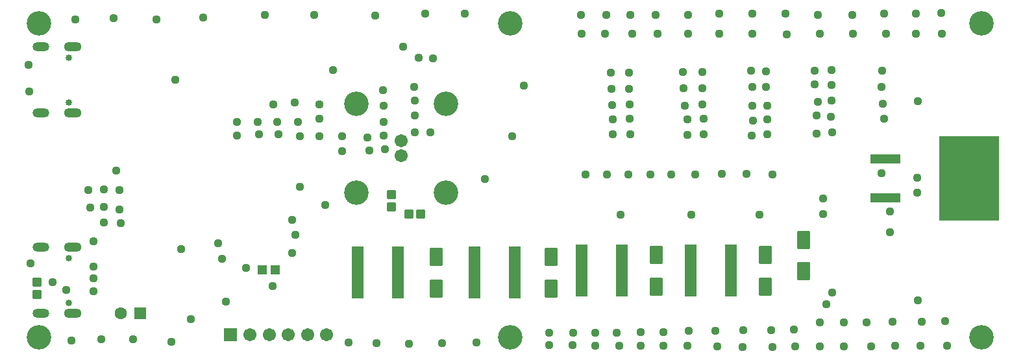
<source format=gbr>
%TF.GenerationSoftware,Altium Limited,Altium Designer,23.4.1 (23)*%
G04 Layer_Color=16711935*
%FSLAX45Y45*%
%MOMM*%
%TF.SameCoordinates,576A2805-CD40-4E5C-B7A3-750DB6231075*%
%TF.FilePolarity,Negative*%
%TF.FileFunction,Soldermask,Bot*%
%TF.Part,Single*%
G01*
G75*
%TA.AperFunction,SMDPad,CuDef*%
%ADD57R,1.30320X1.20320*%
G04:AMPARAMS|DCode=60|XSize=1.1432mm|YSize=1.2232mm|CornerRadius=0.1956mm|HoleSize=0mm|Usage=FLASHONLY|Rotation=270.000|XOffset=0mm|YOffset=0mm|HoleType=Round|Shape=RoundedRectangle|*
%AMROUNDEDRECTD60*
21,1,1.14320,0.83200,0,0,270.0*
21,1,0.75200,1.22320,0,0,270.0*
1,1,0.39120,-0.41600,-0.37600*
1,1,0.39120,-0.41600,0.37600*
1,1,0.39120,0.41600,0.37600*
1,1,0.39120,0.41600,-0.37600*
%
%ADD60ROUNDEDRECTD60*%
G04:AMPARAMS|DCode=61|XSize=1.1432mm|YSize=1.2232mm|CornerRadius=0.1956mm|HoleSize=0mm|Usage=FLASHONLY|Rotation=180.000|XOffset=0mm|YOffset=0mm|HoleType=Round|Shape=RoundedRectangle|*
%AMROUNDEDRECTD61*
21,1,1.14320,0.83200,0,0,180.0*
21,1,0.75200,1.22320,0,0,180.0*
1,1,0.39120,-0.37600,0.41600*
1,1,0.39120,0.37600,0.41600*
1,1,0.39120,0.37600,-0.41600*
1,1,0.39120,-0.37600,-0.41600*
%
%ADD61ROUNDEDRECTD61*%
G04:AMPARAMS|DCode=77|XSize=2.4132mm|YSize=1.7332mm|CornerRadius=0.21635mm|HoleSize=0mm|Usage=FLASHONLY|Rotation=270.000|XOffset=0mm|YOffset=0mm|HoleType=Round|Shape=RoundedRectangle|*
%AMROUNDEDRECTD77*
21,1,2.41320,1.30050,0,0,270.0*
21,1,1.98050,1.73320,0,0,270.0*
1,1,0.43270,-0.65025,-0.99025*
1,1,0.43270,-0.65025,0.99025*
1,1,0.43270,0.65025,0.99025*
1,1,0.43270,0.65025,-0.99025*
%
%ADD77ROUNDEDRECTD77*%
%TA.AperFunction,ComponentPad*%
%ADD78C,3.20320*%
%ADD79C,1.70320*%
%TA.AperFunction,ViaPad*%
%ADD80C,3.20320*%
%TA.AperFunction,ComponentPad*%
%ADD81C,0.85320*%
%ADD82O,2.30320X1.25320*%
%ADD83O,2.20320X1.20320*%
%ADD84C,1.71120*%
%ADD85R,1.71120X1.71120*%
%ADD86C,1.60020*%
%ADD87R,1.60020X1.60020*%
%TA.AperFunction,SMDPad,CuDef*%
%ADD88R,1.56320X6.81320*%
%ADD89R,7.82320X11.04320*%
%ADD90R,3.99320X1.26320*%
%TA.AperFunction,TestPad*%
%ADD91C,1.12700*%
D57*
X3165000Y1080000D02*
D03*
X3335000D02*
D03*
D60*
X4851400Y1902200D02*
D03*
Y2060200D02*
D03*
X228600Y759200D02*
D03*
Y917200D02*
D03*
D61*
X5235200Y1803400D02*
D03*
X5077200D02*
D03*
D77*
X10227800Y1471800D02*
D03*
Y1061800D02*
D03*
X9728200Y1271800D02*
D03*
Y861800D02*
D03*
X8305800D02*
D03*
Y1271800D02*
D03*
X6934200Y1246400D02*
D03*
Y836400D02*
D03*
X5435600D02*
D03*
Y1246400D02*
D03*
D78*
X4395400Y2082400D02*
D03*
Y3249400D02*
D03*
X5562400Y2082400D02*
D03*
Y3249400D02*
D03*
D79*
X4978400Y2766400D02*
D03*
Y2565400D02*
D03*
D80*
X6400000Y4300000D02*
D03*
Y200000D02*
D03*
X250000Y4300000D02*
D03*
X12550000Y200000D02*
D03*
X250000D02*
D03*
X12550000Y4300000D02*
D03*
D81*
X647400Y1228800D02*
D03*
Y650800D02*
D03*
Y3845000D02*
D03*
Y3267000D02*
D03*
D82*
X697400Y507800D02*
D03*
Y1371800D02*
D03*
Y3124000D02*
D03*
Y3988000D02*
D03*
D83*
X279400Y507800D02*
D03*
Y1371800D02*
D03*
Y3124000D02*
D03*
Y3988000D02*
D03*
D84*
X4005200Y228600D02*
D03*
X3755200D02*
D03*
X3505200D02*
D03*
X3255200D02*
D03*
X3005200D02*
D03*
D85*
X2755200D02*
D03*
D86*
X1320800Y508000D02*
D03*
D87*
X1574800D02*
D03*
D88*
X4933200Y1041400D02*
D03*
X4414000D02*
D03*
X6457200D02*
D03*
X5938000D02*
D03*
X7854200Y1066800D02*
D03*
X7335000D02*
D03*
X9276600D02*
D03*
X8757400D02*
D03*
D89*
X12386000Y2270800D02*
D03*
D90*
X11298000Y2524800D02*
D03*
Y2016800D02*
D03*
D91*
X10600000Y780000D02*
D03*
X10480000Y1810000D02*
D03*
X9820000Y2320000D02*
D03*
X9480000Y2330000D02*
D03*
X9160000D02*
D03*
X8810000Y2320000D02*
D03*
X8500000D02*
D03*
X8230000D02*
D03*
X7940000D02*
D03*
X7660000D02*
D03*
X7380000D02*
D03*
X9750000Y3040000D02*
D03*
Y2850000D02*
D03*
X9570000Y3030000D02*
D03*
X9560000Y3220000D02*
D03*
X9750000D02*
D03*
X11350000Y1570000D02*
D03*
Y1840000D02*
D03*
X4770000Y2650000D02*
D03*
X4750000Y2830000D02*
D03*
Y3010000D02*
D03*
Y3220000D02*
D03*
X4740000Y3420000D02*
D03*
X4560000Y2640000D02*
D03*
X4210000Y2630000D02*
D03*
X4540000Y2810000D02*
D03*
X4210000Y2820000D02*
D03*
X3910000D02*
D03*
Y3050000D02*
D03*
Y3240000D02*
D03*
X3660000Y2820000D02*
D03*
X3380000Y2850000D02*
D03*
X3120000D02*
D03*
X2840000Y2830000D02*
D03*
X3630000Y3010000D02*
D03*
X3360000D02*
D03*
X3110000D02*
D03*
X2840000D02*
D03*
X3590000Y3260000D02*
D03*
X3310000Y3240000D02*
D03*
X1320000Y1690000D02*
D03*
X1100000Y1700000D02*
D03*
Y1900000D02*
D03*
Y2130000D02*
D03*
X1300000Y1870000D02*
D03*
X920000Y1890000D02*
D03*
X1300000Y2120000D02*
D03*
X900000D02*
D03*
X5810000Y4420000D02*
D03*
X5290000D02*
D03*
X4640000Y4400000D02*
D03*
X3840000Y4410000D02*
D03*
X3200000D02*
D03*
X5960000Y130000D02*
D03*
X5510000Y120000D02*
D03*
X5080000Y110000D02*
D03*
X4660000Y120000D02*
D03*
X4290000Y130000D02*
D03*
X140000Y1160000D02*
D03*
X130000Y3410000D02*
D03*
X120000Y3750000D02*
D03*
X1980000Y140000D02*
D03*
X1480000Y170000D02*
D03*
X1070000D02*
D03*
X680000Y160000D02*
D03*
X2400000Y4370000D02*
D03*
X1790000Y4350000D02*
D03*
X1230000Y4360000D02*
D03*
X730000Y4350000D02*
D03*
X5390000Y3840000D02*
D03*
X5210000Y3850000D02*
D03*
X5360000Y2870000D02*
D03*
X5160000D02*
D03*
Y3090000D02*
D03*
Y3290000D02*
D03*
X5150000Y3470000D02*
D03*
X9650000Y1800000D02*
D03*
X8760000D02*
D03*
X7840000D02*
D03*
X12030000Y4160000D02*
D03*
X12020000Y4430000D02*
D03*
X11690000Y4160000D02*
D03*
Y4420000D02*
D03*
X11300000Y4160000D02*
D03*
X11280000Y4420000D02*
D03*
X10870000Y4160000D02*
D03*
X10860000Y4410000D02*
D03*
X10440000Y4160000D02*
D03*
X10410000Y4410000D02*
D03*
X10010000Y4150000D02*
D03*
X9990000Y4420000D02*
D03*
X9560000Y4160000D02*
D03*
Y4420000D02*
D03*
X9130000Y4160000D02*
D03*
Y4420000D02*
D03*
X8720000Y4160000D02*
D03*
Y4410000D02*
D03*
X8320000Y4160000D02*
D03*
X8300000Y4410000D02*
D03*
X7990000Y4160000D02*
D03*
X7970000Y4410000D02*
D03*
X7640000Y4160000D02*
D03*
X7650000Y4410000D02*
D03*
X7330000Y4160000D02*
D03*
X7320000Y4410000D02*
D03*
X12100000Y90000D02*
D03*
X12070000Y410000D02*
D03*
X11750000Y90000D02*
D03*
X11770000Y400000D02*
D03*
X11420000Y90000D02*
D03*
X11390000Y400000D02*
D03*
X11110000Y80000D02*
D03*
X11050000Y390000D02*
D03*
X10750000Y80000D02*
D03*
Y390000D02*
D03*
X10440000Y80000D02*
D03*
Y390000D02*
D03*
X10120000Y80000D02*
D03*
X10100000Y300000D02*
D03*
X9820000Y70000D02*
D03*
X9800000Y290000D02*
D03*
X9430000Y70000D02*
D03*
X9440000Y290000D02*
D03*
X9100000Y80000D02*
D03*
X9080000Y280000D02*
D03*
X8710000Y90000D02*
D03*
X8730000Y280000D02*
D03*
X8400000Y90000D02*
D03*
Y270000D02*
D03*
X8100000Y90000D02*
D03*
Y270000D02*
D03*
X7820000Y90000D02*
D03*
X7790000Y260000D02*
D03*
X7510000Y90000D02*
D03*
Y260000D02*
D03*
X7210000Y100000D02*
D03*
X7220000Y260000D02*
D03*
X6910000D02*
D03*
Y100000D02*
D03*
X11240000Y2340000D02*
D03*
X11280000Y3050000D02*
D03*
X11260000Y3250000D02*
D03*
X11240000Y3470000D02*
D03*
X11250000Y3680000D02*
D03*
X10600000Y2870000D02*
D03*
X10400000Y2860000D02*
D03*
X10580000Y3080000D02*
D03*
X10400000Y3090000D02*
D03*
X10590000Y3290000D02*
D03*
X10410000Y3270000D02*
D03*
X10590000Y3490000D02*
D03*
X10370000Y3500000D02*
D03*
X10590000Y3690000D02*
D03*
X10370000Y3680000D02*
D03*
X9547300Y2832700D02*
D03*
X9740000Y3470000D02*
D03*
X9560000D02*
D03*
X9740000Y3670000D02*
D03*
X9540000Y3680000D02*
D03*
X8920000Y2850000D02*
D03*
X8710000Y2840000D02*
D03*
X8920000Y3050000D02*
D03*
X8710000Y3040000D02*
D03*
X8910000Y3240000D02*
D03*
X8680000Y3220000D02*
D03*
X8910000Y3450000D02*
D03*
X8660000D02*
D03*
X8910000Y3660000D02*
D03*
X8650000D02*
D03*
X7970000Y2850000D02*
D03*
X7740000D02*
D03*
X7960000Y3050000D02*
D03*
X7740000Y3040000D02*
D03*
X7960000Y3240000D02*
D03*
X7730000Y3230000D02*
D03*
X7950000Y3440000D02*
D03*
X7720000D02*
D03*
X7950000Y3650000D02*
D03*
X7710000D02*
D03*
X11710000Y2090000D02*
D03*
Y2280000D02*
D03*
X11720000Y3280000D02*
D03*
X11720000Y680000D02*
D03*
X10520000Y630000D02*
D03*
X10480000Y2010000D02*
D03*
X431800Y914400D02*
D03*
X6070600Y2260600D02*
D03*
X3302000Y863600D02*
D03*
X965200Y965200D02*
D03*
Y1117600D02*
D03*
X2590800Y1426300D02*
D03*
X2954400Y1100200D02*
D03*
X6578600Y3479800D02*
D03*
X6426200Y2819400D02*
D03*
X2235200Y431800D02*
D03*
X2108200Y1346200D02*
D03*
X3987800Y1926050D02*
D03*
X3595884Y1534916D02*
D03*
X3556000Y1295400D02*
D03*
Y1727200D02*
D03*
X2692400Y660400D02*
D03*
X2641600Y1219200D02*
D03*
X4089400Y3683000D02*
D03*
X5003800Y3987800D02*
D03*
X2032000Y3556000D02*
D03*
X3657600Y2159000D02*
D03*
X1258400Y2376000D02*
D03*
X609600Y812800D02*
D03*
X965200Y1447800D02*
D03*
Y799877D02*
D03*
%TF.MD5,3d49f0845c57640a522b3dc67ff7f3de*%
M02*

</source>
